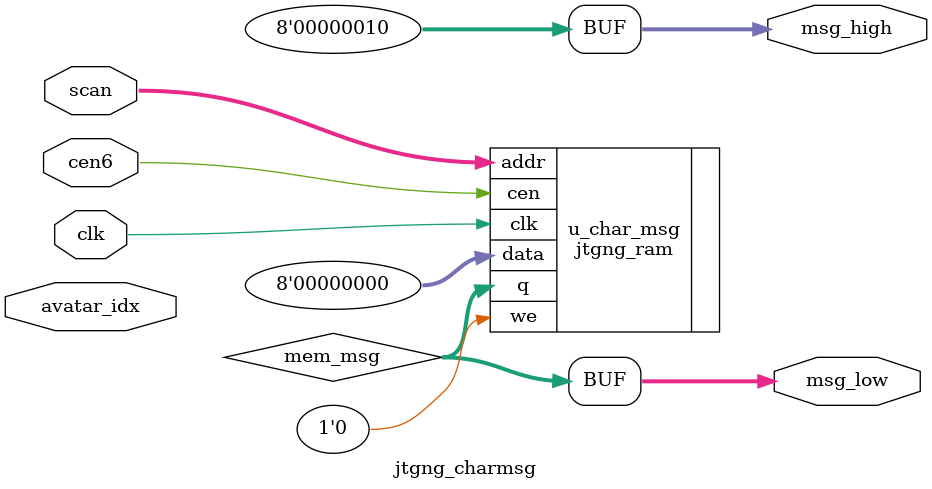
<source format=v>
/*  This file is part of JT_GNG.
    JT_GNG program is free software: you can redistribute it and/or modify
    it under the terms of the GNU General Public License as published by
    the Free Software Foundation, either version 3 of the License, or
    (at your option) any later version.

    JT_GNG program is distributed in the hope that it will be useful,
    but WITHOUT ANY WARRANTY; without even the implied warranty of
    MERCHANTABILITY or FITNESS FOR A PARTICULAR PURPOSE.  See the
    GNU General Public License for more details.

    You should have received a copy of the GNU General Public License
    along with JT_GNG.  If not, see <http://www.gnu.org/licenses/>.

    Author: Jose Tejada Gomez. Twitter: @topapate
    Version: 1.0
    Date: 18-2-2019 */

// 1943 Character Generation
module jtgng_charmsg(
    input            clk,
    input            cen6,  /* synthesis direct_enable = 1 */

    input      [3:0] avatar_idx,
    input      [9:0] scan,
    output reg [7:0] msg_low,
    output     [7:0] msg_high
);

parameter VERTICAL=1;

wire [7:0] mem_msg, mem_msg_av;

jtgng_ram #(.aw(10),.synfile("msg.hex"),.simfile("msg.bin")) u_char_msg(
    .clk    ( clk         ),
    .cen    ( cen6        ),
    .data   ( 8'd0        ),
    .addr   ( scan        ),
    .we     ( 1'b0        ),
    .q      ( mem_msg     )
);

`ifdef AVATARS
wire [4:0] av_sel0 = VERTICAL ? scan[9:5] : scan[4:0];
wire [4:0] av_sel1  = VERTICAL ? scan[4:0] : scan[9:5];
localparam [4:0] AVPOS = VERTICAL ? 5'd8 : 5'd22;

wire [8:0] av_scan = { avatar_idx, av_sel0 };

jtgng_ram #(.aw(9),.synfile("msg_av.hex")) u_ram_msg_av(
    .clk    ( clk         ),
    .cen    ( cen6        ),
    .data   ( 8'd0        ),
    .addr   ( av_scan     ),
    .we     ( 1'b0        ),
    .q      ( mem_msg_av  )
);

reg av_col;

always @(*) begin
    av_col  = av_sel1 == AVPOS;
    msg_low = av_col ? mem_msg_av : mem_msg;
end
`else 
always @(*) msg_low = mem_msg;
`endif

assign msg_high = 8'h2;

endmodule
</source>
